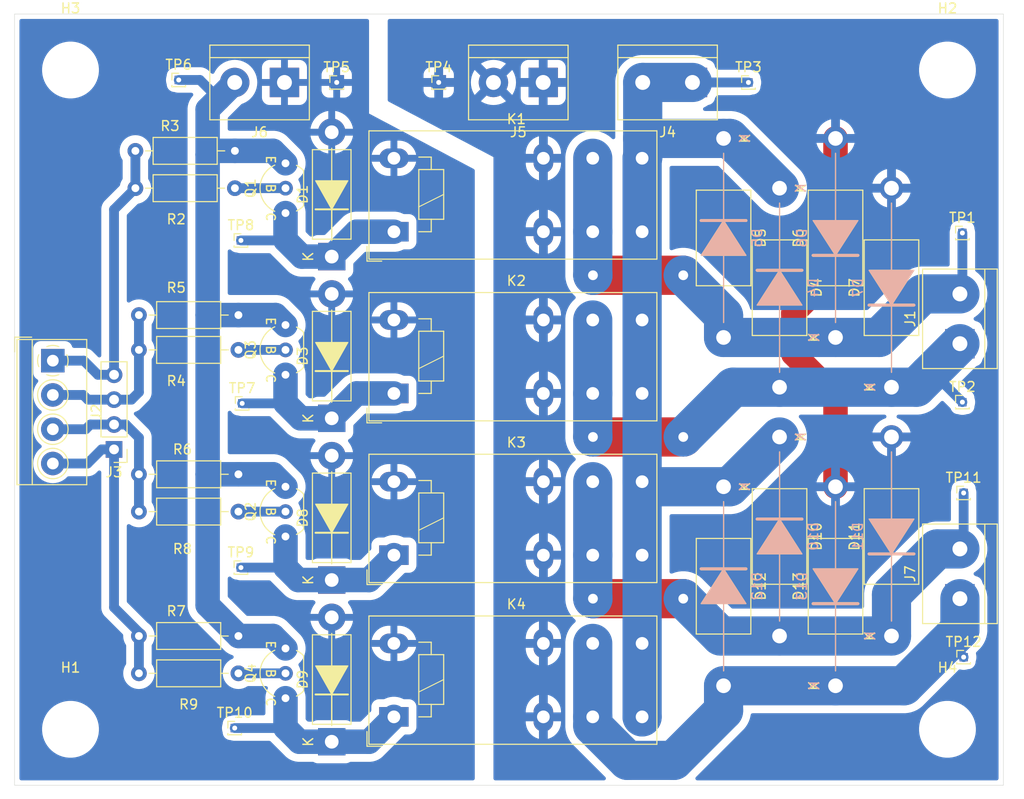
<source format=kicad_pcb>
(kicad_pcb (version 20240108) (generator "pcbnew") (generator_version "8.0")
  (layers (0 "F.Cu" signal) (31 "B.Cu" signal) (34 "B.Paste" user) (35 "F.Paste" user) (36 "B.SilkS" user "B.Silkscreen") (37 "F.SilkS" user "F.Silkscreen") (38 "B.Mask" user) (39 "F.Mask" user) (44 "Edge.Cuts" user))
  (net 0 "")
  (net 1 "Net-(D1-K)")
  (net 2 "GND")
  (net 3 "Net-(D3-K)")
  (net 4 "+24V")
  (net 5 "Net-(D4-A)")
  (net 6 "Net-(D5-A)")
  (net 7 "GNDPWR")
  (net 8 "Net-(D8-K)")
  (net 9 "Net-(D9-K)")
  (net 10 "Net-(D10-A)")
  (net 11 "Net-(D12-A)")
  (net 12 "/Relay_M1.1")
  (net 13 "/Relay_M2.1")
  (net 14 "/Relay_M1.2")
  (net 15 "/Relay_M2.2")
  (net 16 "+12V")
  (net 17 "Net-(Q1-B)")
  (net 18 "Net-(Q2-B)")
  (net 19 "Net-(Q3-B)")
  (net 20 "Net-(Q4-B)")
  (footprint "TerminalBlock:TerminalBlock_bornier-2_P5.08mm" (layer "F.Cu") (at 176.53 35.56 180)
    (property "Reference" "J4" (at 2.54 -5.08 0) (layer "F.SilkS"))
    (property "Value" "24V Power")
    (pad "1" thru_hole rect (at 0 0 180) (size 3 3) (drill 1.52) (layers "*.Cu" "*.Mask") (net 4 "+24V"))
    (pad "2" thru_hole circle (at 5.08 0 180) (size 3 3) (drill 1.52) (layers "*.Cu" "*.Mask") (net 4 "+24V"))
  )
  (footprint "Connector_PinHeader_1.00mm:PinHeader_1x01_P1.00mm_Vertical" (layer "F.Cu") (at 130.556 68.326)
    (property "Reference" "TP7" (at 0 -1.56 0) (layer "F.SilkS"))
    (property "Value" "K1.2")
    (pad "1" thru_hole rect (at 0 0) (size 0.85 0.85) (drill 0.5) (layers "*.Cu" "*.Mask") (net 3 "Net-(D3-K)"))
  )
  (footprint "Diode_THT_AKL:D_5W_P12.70mm_Horizontal" (layer "F.Cu") (at 139.7 86.36 90)
    (property "Reference" "D8" (at 6.35 -2.97 90) (layer "F.SilkS"))
    (property "Value" "D")
    (fp_text user "K" (at 0 -2.4 90) (layer "F.SilkS"))
    (pad "1" thru_hole rect (at 0 0 90) (size 2.8 2.8) (drill 1.4) (layers "*.Cu" "*.Mask") (net 8 "Net-(D8-K)"))
    (pad "2" thru_hole oval (at 12.7 0 90) (size 2.8 2.8) (drill 1.4) (layers "*.Cu" "*.Mask") (net 2 "GND"))
  )
  (footprint "MountingHole:MountingHole_5.3mm_M5" (layer "F.Cu") (at 113.03 101.6)
    (property "Reference" "H1" (at 0 -6.3 0) (layer "F.SilkS"))
    (property "Value" "MountingHole")
    (pad "" np_thru_hole circle (at 0 0) (size 5.3 5.3) (drill 5.3) (layers "*.Cu" "*.Mask"))
  )
  (footprint "Diode_THT_AKL_Double:D_DO-27_P20.32mm_Horizontal" (layer "F.Cu") (at 196.85 92.075 90)
    (property "Reference" "D11" (at 10.16 -3.785 90) (layer "F.SilkS"))
    (property "Value" "D" (hide yes))
    (fp_text user "K" (at 0 -2.159 90) (layer "B.SilkS") (effects (justify mirror)))
    (fp_text user "${REFERENCE}" (at 10.16 -3.429 90) (layer "B.SilkS") (effects (justify mirror)))
    (fp_text user "K" (at 0 -2.2 90) (layer "F.SilkS"))
    (pad "1" thru_hole rect (at 0 0 90) (size 2.4 2.4) (drill 1.5) (layers "*.Cu" "*.Mask") (net 10 "Net-(D10-A)"))
    (pad "2" thru_hole oval (at 20.32 0 90) (size 2.4 2.4) (drill 1.5) (layers "*.Cu" "*.Mask") (net 7 "GNDPWR"))
  )
  (footprint "Resistor_THT:R_Axial_DIN0207_L6.3mm_D2.5mm_P10.16mm_Horizontal" (layer "F.Cu") (at 120.015 92.075)
    (property "Reference" "R7" (at 3.81 -2.54 0) (layer "F.SilkS"))
    (property "Value" "22k")
    (pad "1" thru_hole circle (at 0 0) (size 1.6 1.6) (drill 0.8) (layers "*.Cu" "*.Mask") (net 15 "/Relay_M2.2"))
    (pad "2" thru_hole oval (at 10.16 0) (size 1.6 1.6) (drill 0.8) (layers "*.Cu" "*.Mask") (net 16 "+12V"))
  )
  (footprint "Diode_THT_AKL_Double:D_DO-27_P20.32mm_Horizontal" (layer "F.Cu") (at 196.85 66.675 90)
    (property "Reference" "D7" (at 10.16 -3.785 90) (layer "F.SilkS"))
    (property "Value" "D" (hide yes))
    (fp_text user "K" (at 0 -2.159 90) (layer "B.SilkS") (effects (justify mirror)))
    (fp_text user "${REFERENCE}" (at 10.16 -3.429 90) (layer "B.SilkS") (effects (justify mirror)))
    (fp_text user "K" (at 0 -2.2 90) (layer "F.SilkS"))
    (pad "1" thru_hole rect (at 0 0 90) (size 2.4 2.4) (drill 1.5) (layers "*.Cu" "*.Mask") (net 5 "Net-(D4-A)"))
    (pad "2" thru_hole oval (at 20.32 0 90) (size 2.4 2.4) (drill 1.5) (layers "*.Cu" "*.Mask") (net 7 "GNDPWR"))
  )
  (footprint "Connector_PinHeader_1.00mm:PinHeader_1x01_P1.00mm_Vertical" (layer "F.Cu") (at 130.429 85.09)
    (property "Reference" "TP9" (at 0 -1.56 0) (layer "F.SilkS"))
    (property "Value" "K2.1")
    (pad "1" thru_hole rect (at 0 0) (size 0.85 0.85) (drill 0.5) (layers "*.Cu" "*.Mask") (net 8 "Net-(D8-K)"))
  )
  (footprint "Package_TO_SOT_THT_AKL:TO-92_Inline_Wide_CBE" (layer "F.Cu") (at 134.98 81.915 90)
    (property "Reference" "Q2" (at 2.54 -3.56 90) (layer "F.SilkS"))
    (property "Value" "BC557A" (hide yes))
    (fp_text user "C" (at -0.381 -1.524 -90) (layer "F.SilkS") (effects (font (size 0.9 0.9))))
    (fp_text user "E" (at 5.461 -1.524 -90) (layer "F.SilkS") (effects (font (size 0.9 0.9))))
    (fp_text user "B" (at 2.54 -1.524 -90) (layer "F.SilkS") (effects (font (size 0.9 0.9))))
    (pad "1" thru_hole rect (at 0 0 180) (size 1.5 1.5) (drill 0.8) (layers "*.Cu" "*.Mask") (net 8 "Net-(D8-K)"))
    (pad "2" thru_hole circle (at 2.54 0 180) (size 1.5 1.5) (drill 0.8) (layers "*.Cu" "*.Mask") (net 18 "Net-(Q2-B)"))
    (pad "3" thru_hole circle (at 5.08 0 180) (size 1.5 1.5) (drill 0.8) (layers "*.Cu" "*.Mask") (net 16 "+12V"))
  )
  (footprint "Diode_THT_AKL_Double:D_DO-27_P20.32mm_Horizontal" (layer "F.Cu") (at 191.135 61.595 90)
    (property "Reference" "D6" (at 10.16 -3.785 90) (layer "F.SilkS"))
    (property "Value" "D" (hide yes))
    (fp_text user "${REFERENCE}" (at 10.16 -3.429 90) (layer "B.SilkS") (effects (justify mirror)))
    (fp_text user "K" (at 0 -2.159 90) (layer "B.SilkS") (effects (justify mirror)))
    (fp_text user "K" (at 0 -2.2 90) (layer "F.SilkS"))
    (pad "1" thru_hole rect (at 0 0 90) (size 2.4 2.4) (drill 1.5) (layers "*.Cu" "*.Mask") (net 6 "Net-(D5-A)"))
    (pad "2" thru_hole oval (at 20.32 0 90) (size 2.4 2.4) (drill 1.5) (layers "*.Cu" "*.Mask") (net 7 "GNDPWR"))
  )
  (footprint "Diode_THT_AKL_Double:D_DO-27_P20.32mm_Horizontal" (layer "F.Cu") (at 179.705 76.835 -90)
    (property "Reference" "D12" (at 10.16 -3.785 90) (layer "F.SilkS"))
    (property "Value" "D" (hide yes))
    (fp_text user "K" (at 0 -2.159 90) (layer "B.SilkS") (effects (justify mirror)))
    (fp_text user "${REFERENCE}" (at 10.16 -3.429 90) (layer "B.SilkS") (effects (justify mirror)))
    (fp_text user "K" (at 0 -2.2 90) (layer "F.SilkS"))
    (pad "1" thru_hole rect (at 0 0 270) (size 2.4 2.4) (drill 1.5) (layers "*.Cu" "*.Mask") (net 4 "+24V"))
    (pad "2" thru_hole oval (at 20.32 0 270) (size 2.4 2.4) (drill 1.5) (layers "*.Cu" "*.Mask") (net 11 "Net-(D12-A)"))
  )
  (footprint "Package_TO_SOT_THT_AKL:TO-92_Inline_Wide_CBE" (layer "F.Cu") (at 134.98 65.405 90)
    (property "Reference" "Q3" (at 2.54 -3.56 90) (layer "F.SilkS"))
    (property "Value" "BC557A" (hide yes))
    (fp_text user "B" (at 2.54 -1.524 -90) (layer "F.SilkS") (effects (font (size 0.9 0.9))))
    (fp_text user "E" (at 5.461 -1.524 -90) (layer "F.SilkS") (effects (font (size 0.9 0.9))))
    (fp_text user "C" (at -0.381 -1.524 -90) (layer "F.SilkS") (effects (font (size 0.9 0.9))))
    (pad "1" thru_hole rect (at 0 0 180) (size 1.5 1.5) (drill 0.8) (layers "*.Cu" "*.Mask") (net 3 "Net-(D3-K)"))
    (pad "2" thru_hole circle (at 2.54 0 180) (size 1.5 1.5) (drill 0.8) (layers "*.Cu" "*.Mask") (net 19 "Net-(Q3-B)"))
    (pad "3" thru_hole circle (at 5.08 0 180) (size 1.5 1.5) (drill 0.8) (layers "*.Cu" "*.Mask") (net 16 "+12V"))
  )
  (footprint "Connector_PinHeader_1.00mm:PinHeader_1x01_P1.00mm_Vertical" (layer "F.Cu") (at 130.429 51.689)
    (property "Reference" "TP8" (at 0 -1.56 0) (layer "F.SilkS"))
    (property "Value" "K1.1")
    (pad "1" thru_hole rect (at 0 0) (size 0.85 0.85) (drill 0.5) (layers "*.Cu" "*.Mask") (net 1 "Net-(D1-K)"))
  )
  (footprint "Relay_THT:Relay_SPDT_Schrack-RT1-16A-FormC_RM5mm" (layer "F.Cu") (at 146.05 50.8)
    (property "Reference" "K1" (at 12.5 -11.5 0) (layer "F.SilkS"))
    (property "Value" "RT314A24")
    (pad "11" thru_hole oval (at 20.3 -7.5 180) (size 2 3) (drill 1.3) (layers "*.Cu" "*.Mask") (net 6 "Net-(D5-A)"))
    (pad "11" thru_hole oval (at 20.3 0 180) (size 2 3) (drill 1.3) (layers "*.Cu" "*.Mask") (net 6 "Net-(D5-A)"))
    (pad "12" thru_hole oval (at 15.26 -7.5 180) (size 2 3) (drill 1.3) (layers "*.Cu" "*.Mask") (net 7 "GNDPWR"))
    (pad "12" thru_hole oval (at 15.26 0 180) (size 2 3) (drill 1.3) (layers "*.Cu" "*.Mask") (net 7 "GNDPWR"))
    (pad "14" thru_hole oval (at 25.34 -7.5 180) (size 2 3) (drill 1.3) (layers "*.Cu" "*.Mask") (net 4 "+24V"))
    (pad "14" thru_hole oval (at 25.34 0 180) (size 2 3) (drill 1.3) (layers "*.Cu" "*.Mask") (net 4 "+24V"))
    (pad "A1" thru_hole rect (at 0 0 180) (size 3 2) (drill 1.3) (layers "*.Cu" "*.Mask") (net 1 "Net-(D1-K)"))
    (pad "A2" thru_hole oval (at 0 -7.5 180) (size 3 2) (drill 1.3) (layers "*.Cu" "*.Mask") (net 2 "GND"))
  )
  (footprint "Connector_PinHeader_1.00mm:PinHeader_1x01_P1.00mm_Vertical" (layer "F.Cu") (at 124.079 35.306)
    (property "Reference" "TP6" (at 0 -1.56 0) (layer "F.SilkS"))
    (property "Value" "12v")
    (pad "1" thru_hole rect (at 0 0) (size 0.85 0.85) (drill 0.5) (layers "*.Cu" "*.Mask") (net 16 "+12V"))
  )
  (footprint "TerminalBlock:TerminalBlock_bornier-2_P5.08mm" (layer "F.Cu") (at 203.835 88.265 90)
    (property "Reference" "J7" (at 2.54 -5.08 90) (layer "F.SilkS"))
    (property "Value" "Motor_2 +  -")
    (pad "1" thru_hole rect (at 0 0 90) (size 3 3) (drill 1.52) (layers "*.Cu" "*.Mask") (net 11 "Net-(D12-A)"))
    (pad "2" thru_hole circle (at 5.08 0 90) (size 3 3) (drill 1.52) (layers "*.Cu" "*.Mask") (net 10 "Net-(D10-A)"))
  )
  (footprint "Connector_PinHeader_1.00mm:PinHeader_1x01_P1.00mm_Vertical" (layer "F.Cu") (at 129.794 101.473)
    (property "Reference" "TP10" (at 0 -1.56 0) (layer "F.SilkS"))
    (property "Value" "K2.2")
    (pad "1" thru_hole rect (at 0 0) (size 0.85 0.85) (drill 0.5) (layers "*.Cu" "*.Mask") (net 9 "Net-(D9-K)"))
  )
  (footprint "Connector_PinHeader_2.54mm:PinHeader_1x04_P2.54mm_Vertical" (layer "F.Cu") (at 117.475 73.025 180)
    (property "Reference" "J3" (at 0 -2.33 0) (layer "F.SilkS"))
    (property "Value" "Control-Signals")
    (pad "1" thru_hole rect (at 0 0 180) (size 1.7 1.7) (drill 1) (layers "*.Cu" "*.Mask") (net 15 "/Relay_M2.2"))
    (pad "2" thru_hole oval (at 0 2.54 180) (size 1.7 1.7) (drill 1) (layers "*.Cu" "*.Mask") (net 13 "/Relay_M2.1"))
    (pad "3" thru_hole oval (at 0 5.08 180) (size 1.7 1.7) (drill 1) (layers "*.Cu" "*.Mask") (net 14 "/Relay_M1.2"))
    (pad "4" thru_hole oval (at 0 7.62 180) (size 1.7 1.7) (drill 1) (layers "*.Cu" "*.Mask") (net 12 "/Relay_M1.1"))
  )
  (footprint "Relay_THT:Relay_SPDT_Schrack-RT1-16A-FormC_RM5mm" (layer "F.Cu") (at 146.048 100.33)
    (property "Reference" "K4" (at 12.5 -11.5 0) (layer "F.SilkS"))
    (property "Value" "RT314A24")
    (pad "11" thru_hole oval (at 20.3 -7.5 180) (size 2 3) (drill 1.3) (layers "*.Cu" "*.Mask") (net 11 "Net-(D12-A)"))
    (pad "11" thru_hole oval (at 20.3 0 180) (size 2 3) (drill 1.3) (layers "*.Cu" "*.Mask") (net 11 "Net-(D12-A)"))
    (pad "12" thru_hole oval (at 15.26 -7.5 180) (size 2 3) (drill 1.3) (layers "*.Cu" "*.Mask") (net 7 "GNDPWR"))
    (pad "12" thru_hole oval (at 15.26 0 180) (size 2 3) (drill 1.3) (layers "*.Cu" "*.Mask") (net 7 "GNDPWR"))
    (pad "14" thru_hole oval (at 25.34 -7.5 180) (size 2 3) (drill 1.3) (layers "*.Cu" "*.Mask") (net 4 "+24V"))
    (pad "14" thru_hole oval (at 25.34 0 180) (size 2 3) (drill 1.3) (layers "*.Cu" "*.Mask") (net 4 "+24V"))
    (pad "A1" thru_hole rect (at 0 0 180) (size 3 2) (drill 1.3) (layers "*.Cu" "*.Mask") (net 9 "Net-(D9-K)"))
    (pad "A2" thru_hole oval (at 0 -7.5 180) (size 3 2) (drill 1.3) (layers "*.Cu" "*.Mask") (net 2 "GND"))
  )
  (footprint "Diode_THT_AKL:D_5W_P12.70mm_Horizontal" (layer "F.Cu") (at 139.7 53.34 90)
    (property "Reference" "D1" (at 6.35 -2.97 90) (layer "F.SilkS"))
    (property "Value" "D")
    (fp_text user "K" (at 0 -2.4 90) (layer "F.SilkS"))
    (pad "1" thru_hole rect (at 0 0 90) (size 2.8 2.8) (drill 1.4) (layers "*.Cu" "*.Mask") (net 1 "Net-(D1-K)"))
    (pad "2" thru_hole oval (at 12.7 0 90) (size 2.8 2.8) (drill 1.4) (layers "*.Cu" "*.Mask") (net 2 "GND"))
  )
  (footprint "TerminalBlock:TerminalBlock_bornier-2_P5.08mm" (layer "F.Cu") (at 203.835 62.23 90)
    (property "Reference" "J1" (at 2.54 -5.08 90) (layer "F.SilkS"))
    (property "Value" "Motor_1 +  -")
    (pad "1" thru_hole rect (at 0 0 90) (size 3 3) (drill 1.52) (layers "*.Cu" "*.Mask") (net 5 "Net-(D4-A)"))
    (pad "2" thru_hole circle (at 5.08 0 90) (size 3 3) (drill 1.52) (layers "*.Cu" "*.Mask") (net 6 "Net-(D5-A)"))
  )
  (footprint "Resistor_THT:R_Axial_DIN0207_L6.3mm_D2.5mm_P10.16mm_Horizontal" (layer "F.Cu") (at 119.655 46.355)
    (property "Reference" "R2" (at 4.17 3.175 0) (layer "F.SilkS"))
    (property "Value" "2k2")
    (pad "1" thru_hole circle (at 0 0) (size 1.6 1.6) (drill 0.8) (layers "*.Cu" "*.Mask") (net 12 "/Relay_M1.1"))
    (pad "2" thru_hole oval (at 10.16 0) (size 1.6 1.6) (drill 0.8) (layers "*.Cu" "*.Mask") (net 17 "Net-(Q1-B)"))
  )
  (footprint "Connector_PinHeader_1.00mm:PinHeader_1x01_P1.00mm_Vertical" (layer "F.Cu") (at 150.622 35.56)
    (property "Reference" "TP4" (at 0 -1.56 0) (layer "F.SilkS"))
    (property "Value" "GND-power")
    (pad "1" thru_hole rect (at 0 0) (size 1.5 1.5) (drill 0.5) (layers "*.Cu" "*.Mask") (net 7 "GNDPWR"))
  )
  (footprint "Package_TO_SOT_THT_AKL:TO-92_Inline_Wide_CBE" (layer "F.Cu") (at 134.98 48.895 90)
    (property "Reference" "Q1" (at 2.54 -3.56 90) (layer "F.SilkS"))
    (property "Value" "BC557A" (hide yes))
    (fp_text user "E" (at 5.461 -1.524 -90) (layer "F.SilkS") (effects (font (size 0.9 0.9))))
    (fp_text user "C" (at -0.381 -1.524 -90) (layer "F.SilkS") (effects (font (size 0.9 0.9))))
    (fp_text user "B" (at 2.54 -1.524 -90) (layer "F.SilkS") (effects (font (size 0.9 0.9))))
    (pad "1" thru_hole rect (at 0 0 180) (size 1.5 1.5) (drill 0.8) (layers "*.Cu" "*.Mask") (net 1 "Net-(D1-K)"))
    (pad "2" thru_hole circle (at 2.54 0 180) (size 1.5 1.5) (drill 0.8) (layers "*.Cu" "*.Mask") (net 17 "Net-(Q1-B)"))
    (pad "3" thru_hole circle (at 5.08 0 180) (size 1.5 1.5) (drill 0.8) (layers "*.Cu" "*.Mask") (net 16 "+12V"))
  )
  (footprint "Diode_THT_AKL_Double:D_DO-27_P20.32mm_Horizontal" (layer "F.Cu") (at 179.705 41.275 -90)
    (property "Reference" "D5" (at 10.16 -3.785 90) (layer "F.SilkS"))
    (property "Value" "D" (hide yes))
    (fp_text user "${REFERENCE}" (at 10.16 -3.429 90) (layer "B.SilkS") (effects (justify mirror)))
    (fp_text user "K" (at 0 -2.159 90) (layer "B.SilkS") (effects (justify mirror)))
    (fp_text user "K" (at 0 -2.2 90) (layer "F.SilkS"))
    (pad "1" thru_hole rect (at 0 0 270) (size 2.4 2.4) (drill 1.5) (layers "*.Cu" "*.Mask") (net 4 "+24V"))
    (pad "2" thru_hole oval (at 20.32 0 270) (size 2.4 2.4) (drill 1.5) (layers "*.Cu" "*.Mask") (net 6 "Net-(D5-A)"))
  )
  (footprint "Connector_PinHeader_1.00mm:PinHeader_1x01_P1.00mm_Vertical" (layer "F.Cu") (at 204.216 77.47)
    (property "Reference" "TP11" (at 0 -1.56 0) (layer "F.SilkS"))
    (property "Value" "M2.2 (+)")
    (pad "1" thru_hole rect (at 0 0) (size 0.85 0.85) (drill 0.5) (layers "*.Cu" "*.Mask") (net 10 "Net-(D10-A)"))
  )
  (footprint "TerminalBlock_4Ucon:TerminalBlock_4Ucon_1x04_P3.50mm_Horizontal" (layer "F.Cu") (at 111.225 63.965 -90)
    (property "Reference" "J2" (at 5.25 -4.46 90) (layer "F.SilkS"))
    (property "Value" "Control-Signals" (hide yes))
    (pad "1" thru_hole rect (at 0 0 270) (size 2.4 2.4) (drill 1.2) (layers "*.Cu" "*.Mask") (net 12 "/Relay_M1.1"))
    (pad "2" thru_hole circle (at 3.5 0 270) (size 2.4 2.4) (drill 1.2) (layers "*.Cu" "*.Mask") (net 14 "/Relay_M1.2"))
    (pad "3" thru_hole circle (at 7 0 270) (size 2.4 2.4) (drill 1.2) (layers "*.Cu" "*.Mask") (net 13 "/Relay_M2.1"))
    (pad "4" thru_hole circle (at 10.5 0 270) (size 2.4 2.4) (drill 1.2) (layers "*.Cu" "*.Mask") (net 15 "/Relay_M2.2"))
  )
  (footprint "Diode_THT_AKL:D_5W_P12.70mm_Horizontal" (layer "F.Cu") (at 139.7 69.85 90)
    (property "Reference" "D3" (at 6.35 -2.97 90) (layer "F.SilkS"))
    (property "Value" "D")
    (fp_text user "K" (at 0 -2.4 90) (layer "F.SilkS"))
    (pad "1" thru_hole rect (at 0 0 90) (size 2.8 2.8) (drill 1.4) (layers "*.Cu" "*.Mask") (net 3 "Net-(D3-K)"))
    (pad "2" thru_hole oval (at 12.7 0 90) (size 2.8 2.8) (drill 1.4) (layers "*.Cu" "*.Mask") (net 2 "GND"))
  )
  (footprint "MountingHole:MountingHole_5.3mm_M5" (layer "F.Cu") (at 202.565 101.6)
    (property "Reference" "H4" (at 0 -6.3 0) (layer "F.SilkS"))
    (property "Value" "MountingHole")
    (pad "" np_thru_hole circle (at 0 0) (size 5.3 5.3) (drill 5.3) (layers "*.Cu" "*.Mask"))
  )
  (footprint "Package_TO_SOT_THT_AKL:TO-92_Inline_Wide_CBE" (layer "F.Cu") (at 134.98 98.425 90)
    (property "Reference" "Q4" (at 2.54 -3.56 90) (layer "F.SilkS"))
    (property "Value" "BC557A" (hide yes))
    (fp_text user "B" (at 2.54 -1.524 -90) (layer "F.SilkS") (effects (font (size 0.9 0.9))))
    (fp_text user "E" (at 5.461 -1.524 -90) (layer "F.SilkS") (effects (font (size 0.9 0.9))))
    (fp_text user "C" (at -0.381 -1.524 -90) (layer "F.SilkS") (effects (font (size 0.9 0.9))))
    (pad "1" thru_hole rect (at 0 0 180) (size 1.5 1.5) (drill 0.8) (layers "*.Cu" "*.Mask") (net 9 "Net-(D9-K)"))
    (pad "2" thru_hole circle (at 2.54 0 180) (size 1.5 1.5) (drill 0.8) (layers "*.Cu" "*.Mask") (net 20 "Net-(Q4-B)"))
    (pad "3" thru_hole circle (at 5.08 0 180) (size 1.5 1.5) (drill 0.8) (layers "*.Cu" "*.Mask") (net 16 "+12V"))
  )
  (footprint "MountingHole:MountingHole_5.3mm_M5" (layer "F.Cu") (at 202.565 34.29)
    (property "Reference" "H2" (at 0 -6.3 0) (layer "F.SilkS"))
    (property "Value" "MountingHole")
    (pad "" np_thru_hole circle (at 0 0) (size 5.3 5.3) (drill 5.3) (layers "*.Cu" "*.Mask"))
  )
  (footprint "Relay_THT:Relay_SPDT_Schrack-RT1-16A-FormC_RM5mm" (layer "F.Cu") (at 146.048 67.31)
    (property "Reference" "K2" (at 12.5 -11.5 0) (layer "F.SilkS"))
    (property "Value" "RT314A24")
    (pad "11" thru_hole oval (at 20.3 -7.5 180) (size 2 3) (drill 1.3) (layers "*.Cu" "*.Mask") (net 5 "Net-(D4-A)"))
    (pad "11" thru_hole oval (at 20.3 0 180) (size 2 3) (drill 1.3) (layers "*.Cu" "*.Mask") (net 5 "Net-(D4-A)"))
    (pad "12" thru_hole oval (at 15.26 -7.5 180) (size 2 3) (drill 1.3) (layers "*.Cu" "*.Mask") (net 7 "GNDPWR"))
    (pad "12" thru_hole oval (at 15.26 0 180) (size 2 3) (drill 1.3) (layers "*.Cu" "*.Mask") (net 7 "GNDPWR"))
    (pad "14" thru_hole oval (at 25.34 -7.5 180) (size 2 3) (drill 1.3) (layers "*.Cu" "*.Mask") (net 4 "+24V"))
    (pad "14" thru_hole oval (at 25.34 0 180) (size 2 3) (drill 1.3) (layers "*.Cu" "*.Mask") (net 4 "+24V"))
    (pad "A1" thru_hole rect (at 0 0 180) (size 3 2) (drill 1.3) (layers "*.Cu" "*.Mask") (net 3 "Net-(D3-K)"))
    (pad "A2" thru_hole oval (at 0 -7.5 180) (size 3 2) (drill 1.3) (layers "*.Cu" "*.Mask") (net 2 "GND"))
  )
  (footprint "MountingHole:MountingHole_5.3mm_M5" (layer "F.Cu") (at 113.03 34.29)
    (property "Reference" "H3" (at 0 -6.3 0) (layer "F.SilkS"))
    (property "Value" "MountingHole")
    (pad "" np_thru_hole circle (at 0 0) (size 5.3 5.3) (drill 5.3) (layers "*.Cu" "*.Mask"))
  )
  (footprint "Diode_THT_AKL_Double:D_DO-27_P20.32mm_Horizontal" (layer "F.Cu") (at 191.135 97.155 90)
    (property "Reference" "D13" (at 10.16 -3.785 90) (layer "F.SilkS"))
    (property "Value" "D" (hide yes))
    (fp_text user "K" (at 0 -2.159 90) (layer "B.SilkS") (effects (justify mirror)))
    (fp_text user "${REFERENCE}" (at 10.16 -3.429 90) (layer "B.SilkS") (effects (justify mirror)))
    (fp_text user "K" (at 0 -2.2 90) (layer "F.SilkS"))
    (pad "1" thru_hole rect (at 0 0 90) (size 2.4 2.4) (drill 1.5) (layers "*.Cu" "*.Mask") (net 11 "Net-(D12-A)"))
    (pad "2" thru_hole oval (at 20.32 0 90) (size 2.4 2.4) (drill 1.5) (layers "*.Cu" "*.Mask") (net 7 "GNDPWR"))
  )
  (footprint "Diode_THT_AKL:D_5W_P12.70mm_Horizontal" (layer "F.Cu") (at 139.7 102.87 90)
    (property "Reference" "D9" (at 6.35 -2.97 90) (layer "F.SilkS"))
    (property "Value" "D")
    (fp_text user "K" (at 0 -2.4 90) (layer "F.SilkS"))
    (pad "1" thru_hole rect (at 0 0 90) (size 2.8 2.8) (drill 1.4) (layers "*.Cu" "*.Mask") (net 9 "Net-(D9-K)"))
    (pad "2" thru_hole oval (at 12.7 0 90) (size 2.8 2.8) (drill 1.4) (layers "*.Cu" "*.Mask") (net 2 "GND"))
  )
  (footprint "Relay_THT:Relay_SPDT_Schrack-RT1-16A-FormC_RM5mm" (layer "F.Cu") (at 146.05 83.82)
    (property "Reference" "K3" (at 12.5 -11.5 0) (layer "F.SilkS"))
    (property "Value" "RT314A24")
    (pad "11" thru_hole oval (at 20.3 -7.5 180) (size 2 3) (drill 1.3) (layers "*.Cu" "*.Mask") (net 10 "Net-(D10-A)"))
    (pad "11" thru_hole oval (at 20.3 0 180) (size 2 3) (drill 1.3) (layers "*.Cu" "*.Mask") (net 10 "Net-(D10-A)"))
    (pad "12" thru_hole oval (at 15.26 -7.5 180) (size 2 3) (drill 1.3) (layers "*.Cu" "*.Mask") (net 7 "GNDPWR"))
    (pad "12" thru_hole oval (at 15.26 0 180) (size 2 3) (drill 1.3) (layers "*.Cu" "*.Mask") (net 7 "GNDPWR"))
    (pad "14" thru_hole oval (at 25.34 -7.5 180) (size 2 3) (drill 1.3) (layers "*.Cu" "*.Mask") (net 4 "+24V"))
    (pad "14" thru_hole oval (at 25.34 0 180) (size 2 3) (drill 1.3) (layers "*.Cu" "*.Mask") (net 4 "+24V"))
    (pad "A1" thru_hole rect (at 0 0 180) (size 3 2) (drill 1.3) (layers "*.Cu" "*.Mask") (net 8 "Net-(D8-K)"))
    (pad "A2" thru_hole oval (at 0 -7.5 180) (size 3 2) (drill 1.3) (layers "*.Cu" "*.Mask") (net 2 "GND"))
  )
  (footprint "Resistor_THT:R_Axial_DIN0207_L6.3mm_D2.5mm_P10.16mm_Horizontal" (layer "F.Cu") (at 120.015 59.309)
    (property "Reference" "R5" (at 3.81 -2.794 0) (layer "F.SilkS"))
    (property "Value" "22k")
    (pad "1" thru_hole circle (at 0 0) (size 1.6 1.6) (drill 0.8) (layers "*.Cu" "*.Mask") (net 14 "/Relay_M1.2"))
    (pad "2" thru_hole oval (at 10.16 0) (size 1.6 1.6) (drill 0.8) (layers "*.Cu" "*.Mask") (net 16 "+12V"))
  )
  (footprint "Diode_THT_AKL_Double:D_DO-27_P20.32mm_Horizontal" (layer "F.Cu") (at 185.42 46.355 -90)
    (property "Reference" "D4" (at 10.16 -3.785 90) (layer "F.SilkS"))
    (property "Value" "D" (hide yes))
    (fp_text user "${REFERENCE}" (at 10.16 -3.429 90) (layer "B.SilkS") (effects (justify mirror)))
    (fp_text user "K" (at 0 -2.159 90) (layer "B.SilkS") (effects (justify mirror)))
    (fp_text user "K" (at 0 -2.2 90) (layer "F.SilkS"))
    (pad "1" thru_hole rect (at 0 0 270) (size 2.4 2.4) (drill 1.5) (layers "*.Cu" "*.Mask") (net 4 "+24V"))
    (pad "2" thru_hole oval (at 20.32 0 270) (size 2.4 2.4) (drill 1.5) (layers "*.Cu" "*.Mask") (net 5 "Net-(D4-A)"))
  )
  (footprint "Resistor_THT:R_Axial_DIN0207_L6.3mm_D2.5mm_P10.16mm_Horizontal" (layer "F.Cu") (at 120.015 62.865)
    (property "Reference" "R4" (at 3.81 3.175 0) (layer "F.SilkS"))
    (property "Value" "2k2")
    (pad "1" thru_hole circle (at 0 0) (size 1.6 1.6) (drill 0.8) (layers "*.Cu" "*.Mask") (net 14 "/Relay_M1.2"))
    (pad "2" thru_hole oval (at 10.16 0) (size 1.6 1.6) (drill 0.8) (layers "*.Cu" "*.Mask") (net 19 "Net-(Q3-B)"))
  )
  (footprint "TerminalBlock:TerminalBlock_bornier-2_P5.08mm" (layer "F.Cu") (at 134.874 35.56 180)
    (property "Reference" "J6" (at 2.54 -5.08 0) (layer "F.SilkS"))
    (property "Value" "12V, GND")
    (pad "1" thru_hole rect (at 0 0 180) (size 3 3) (drill 1.52) (layers "*.Cu" "*.Mask") (net 2 "GND"))
    (pad "2" thru_hole circle (at 5.08 0 180) (size 3 3) (drill 1.52) (layers "*.Cu" "*.Mask") (net 16 "+12V"))
  )
  (footprint "Connector_PinHeader_1.00mm:PinHeader_1x01_P1.00mm_Vertical" (layer "F.Cu") (at 204.089 50.927)
    (property "Reference" "TP1" (at 0 -1.56 0) (layer "F.SilkS"))
    (property "Value" "M1.1 (+)")
    (pad "1" thru_hole rect (at 0 0) (size 0.85 0.85) (drill 0.5) (layers "*.Cu" "*.Mask") (net 6 "Net-(D5-A)"))
  )
  (footprint "Connector_PinHeader_1.00mm:PinHeader_1x01_P1.00mm_Vertical" (layer "F.Cu") (at 182.245 35.56)
    (property "Reference" "TP3" (at 0 -1.56 0) (layer "F.SilkS"))
    (property "Value" "24v")
    (pad "1" thru_hole rect (at 0 0) (size 0.85 0.85) (drill 0.5) (layers "*.Cu" "*.Mask") (net 4 "+24V"))
  )
  (footprint "Resistor_THT:R_Axial_DIN0207_L6.3mm_D2.5mm_P10.16mm_Horizontal" (layer "F.Cu") (at 119.655 42.545)
    (property "Reference" "R3" (at 3.535 -2.54 0) (layer "F.SilkS"))
    (property "Value" "22k")
    (pad "1" thru_hole circle (at 0 0) (size 1.6 1.6) (drill 0.8) (layers "*.Cu" "*.Mask") (net 12 "/Relay_M1.1"))
    (pad "2" thru_hole oval (at 10.16 0) (size 1.6 1.6) (drill 0.8) (layers "*.Cu" "*.Mask") (net 16 "+12V"))
  )
  (footprint "Connector_PinHeader_1.00mm:PinHeader_1x01_P1.00mm_Vertical" (layer "F.Cu") (at 204.216 94.234)
    (property "Reference" "TP12" (at 0 -1.56 0) (layer "F.SilkS"))
    (property "Value" "M2.2 (-)")
    (pad "1" thru_hole rect (at 0 0) (size 0.85 0.85) (drill 0.5) (layers "*.Cu" "*.Mask") (net 11 "Net-(D12-A)"))
  )
  (footprint "Diode_THT_AKL_Double:D_DO-27_P20.32mm_Horizontal" (layer "F.Cu") (at 185.42 71.755 -90)
    (property "Reference" "D10" (at 10.16 -3.785 90) (layer "F.SilkS"))
    (property "Value" "D" (hide yes))
    (fp_text user "${REFERENCE}" (at 10.16 -3.429 90) (layer "B.SilkS") (effects (justify mirror)))
    (fp_text user "K" (at 0 -2.159 90) (layer "B.SilkS") (effects (justify mirror)))
    (fp_text user "K" (at 0 -2.2 90) (layer "F.SilkS"))
    (pad "1" thru_hole rect (at 0 0 270) (size 2.4 2.4) (drill 1.5) (layers "*.Cu" "*.Mask") (net 4 "+24V"))
    (pad "2" thru_hole oval (at 20.32 0 270) (size 2.4 2.4) (drill 1.5) (layers "*.Cu" "*.Mask") (net 10 "Net-(D10-A)"))
  )
  (footprint "Resistor_THT:R_Axial_DIN0207_L6.3mm_D2.5mm_P10.16mm_Horizontal" (layer "F.Cu") (at 120.015 75.565)
    (property "Reference" "R6" (at 4.445 -2.54 0) (layer "F.SilkS"))
    (property "Value" "22k")
    (pad "1" thru_hole circle (at 0 0) (size 1.6 1.6) (drill 0.8) (layers "*.Cu" "*.Mask") (net 13 "/Relay_M2.1"))
    (pad "2" thru_hole oval (at 10.16 0) (size 1.6 1.6) (drill 0.8) (layers "*.Cu" "*.Mask") (net 16 "+12V"))
  )
  (footprint "TerminalBlock:TerminalBlock_bornier-2_P5.08mm" (layer "F.Cu") (at 161.29 35.56 180)
    (property "Reference" "J5" (at 2.54 -5.08 0) (layer "F.SilkS"))
    (property "Value" "GND Power")
    (pad "1" thru_hole rect (at 0 0 180) (size 3 3) (drill 1.52) (layers "*.Cu" "*.Mask") (net 7 "GNDPWR"))
    (pad "2" thru_hole circle (at 5.08 0 180) (size 3 3) (drill 1.52) (layers "*.Cu" "*.Mask") (net 7 "GNDPWR"))
  )
  (footprint "Resistor_THT:R_Axial_DIN0207_L6.3mm_D2.5mm_P10.16mm_Horizontal" (layer "F.Cu") (at 120.015 95.885)
    (property "Reference" "R9" (at 5.08 3.175 0) (layer "F.SilkS"))
    (property "Value" "2k2")
    (pad "1" thru_hole circle (at 0 0) (size 1.6 1.6) (drill 0.8) (layers "*.Cu" "*.Mask") (net 15 "/Relay_M2.2"))
    (pad "2" thru_hole oval (at 10.16 0) (size 1.6 1.6) (drill 0.8) (layers "*.Cu" "*.Mask") (net 20 "Net-(Q4-B)"))
  )
  (footprint "Resistor_THT:R_Axial_DIN0207_L6.3mm_D2.5mm_P10.16mm_Horizontal" (layer "F.Cu") (at 120.015 79.375)
    (property "Reference" "R8" (at 4.445 3.81 0) (layer "F.SilkS"))
    (property "Value" "2k2")
    (pad "1" thru_hole circle (at 0 0) (size 1.6 1.6) (drill 0.8) (layers "*.Cu" "*.Mask") (net 13 "/Relay_M2.1"))
    (pad "2" thru_hole oval (at 10.16 0) (size 1.6 1.6) (drill 0.8) (layers "*.Cu" "*.Mask") (net 18 "Net-(Q2-B)"))
  )
  (footprint "Connector_PinHeader_1.00mm:PinHeader_1x01_P1.00mm_Vertical" (layer "F.Cu") (at 204.089 68.199)
    (property "Reference" "TP2" (at 0 -1.56 0) (layer "F.SilkS"))
    (property "Value" "M1.2 (-)")
    (pad "1" thru_hole rect (at 0 0) (size 0.85 0.85) (drill 0.5) (layers "*.Cu" "*.Mask") (net 5 "Net-(D4-A)"))
  )
  (footprint "Connector_PinHeader_1.00mm:PinHeader_1x01_P1.00mm_Vertical" (layer "F.Cu") (at 140.208 35.56)
    (property "Reference" "TP5" (at 0 -1.56 0) (layer "F.SilkS"))
    (property "Value" "gnd")
    (pad "1" thru_hole rect (at 0 0) (size 1.5 1.5) (drill 0.5) (layers "*.Cu" "*.Mask") (net 2 "GND"))
  )
  (gr_rect (start 107.315 28.575) (end 208.28 107.315) (stroke (width 0.05)) (fill none) (layer "Edge.Cuts"))
  (segment (start 146.05 50.8) (end 142.24 50.8) (width 2.5) (layer "B.Cu") (net 1))
  (segment (start 139.7 53.34) (end 136.652 53.34) (width 2.5) (layer "B.Cu") (net 1))
  (segment (start 134.959 51.689) (end 134.98 51.668) (width 1) (layer "B.Cu") (net 1))
  (segment (start 134.98 51.668) (end 134.98 48.895) (width 2.5) (layer "B.Cu") (net 1))
  (segment (start 136.652 53.34) (end 134.98 51.668) (width 2.5) (layer "B.Cu") (net 1))
  (segment (start 142.24 50.8) (end 139.7 53.34) (width 2.5) (layer "B.Cu") (net 1))
  (segment (start 130.429 51.689) (end 134.959 51.689) (width 1) (layer "B.Cu") (net 1))
  (segment (start 136.525 69.85) (end 139.7 69.85) (width 2.5) (layer "B.Cu") (net 3))
  (segment (start 134.98 68.305) (end 136.525 69.85) (width 2.5) (layer "B.Cu") (net 3))
  (segment (start 130.556 68.326) (end 134.959 68.326) (width 1) (layer "B.Cu") (net 3))
  (segment (start 142.24 67.31) (end 146.048 67.31) (width 2.5) (layer "B.Cu") (net 3))
  (segment (start 134.959 68.326) (end 134.98 68.305) (width 1) (layer "B.Cu") (net 3))
  (segment (start 139.7 69.85) (end 142.24 67.31) (width 2.5) (layer "B.Cu") (net 3))
  (segment (start 134.98 65.405) (end 134.98 68.305) (width 2.5) (layer "B.Cu") (net 3))
  (segment (start 179.705 76.835) (end 180.34 76.835) (width 4) (layer "B.Cu") (net 4))
  (segment (start 179.705 41.275) (end 171.45 41.275) (width 4) (layer "B.Cu") (net 4))
  (segment (start 171.45 43.24) (end 171.39 43.3) (width 4) (layer "B.Cu") (net 4))
  (segment (start 176.53 35.56) (end 182.245 35.56) (width 1) (layer "B.Cu") (net 4))
  (segment (start 171.45 35.56) (end 171.45 41.275) (width 4) (layer "B.Cu") (net 4))
  (segment (start 171.45 41.275) (end 171.45 43.24) (width 4) (layer "B.Cu") (net 4))
  (segment (start 180.34 41.275) (end 185.42 46.355) (width 4) (layer "B.Cu") (net 4))
  (segment (start 171.39 100.328) (end 171.388 100.33) (width 4) (layer "B.Cu") (net 4))
  (segment (start 171.905 76.835) (end 171.39 76.32) (width 4) (layer "B.Cu") (net 4))
  (segment (start 180.34 76.835) (end 185.42 71.755) (width 4) (layer "B.Cu") (net 4))
  (segment (start 179.705 41.275) (end 180.34 41.275) (width 4) (layer "B.Cu") (net 4))
  (segment (start 171.45 35.56) (end 176.53 35.56) (width 4) (layer "B.Cu") (net 4))
  (segment (start 171.39 43.3) (end 171.39 100.328) (width 4) (layer "B.Cu") (net 4))
  (segment (start 179.705 76.835) (end 171.905 76.835) (width 4) (layer "B.Cu") (net 4))
  (segment (start 166.37 71.755) (end 175.59 71.755) (width 4) (layer "F.Cu") (net 5))
  (via (at 166.37 71.755) (size 4) (drill 1) (layers "F.Cu" "B.Cu") (net 5))
  (via (at 175.59 71.755) (size 4) (drill 1) (layers "F.Cu" "B.Cu") (net 5))
  (segment (start 166.348 59.81) (end 166.348 67.31) (width 4) (layer "B.Cu") (net 5))
  (segment (start 175.59 71.755) (end 180.67 66.675) (width 4) (layer "B.Cu") (net 5))
  (segment (start 185.42 66.675) (end 196.85 66.675) (width 4) (layer "B.Cu") (net 5))
  (segment (start 196.85 66.675) (end 199.39 66.675) (width 4) (layer "B.Cu") (net 5))
  (segment (start 204.089 68.199) (end 201.295 65.405) (width 1) (layer "B.Cu") (net 5))
  (segment (start 201.295 65.405) (end 200.66 65.405) (width 1) (layer "B.Cu") (net 5))
  (segment (start 199.39 66.675) (end 200.66 65.405) (width 4) (layer "B.Cu") (net 5))
  (segment (start 200.66 65.405) (end 203.835 62.23) (width 4) (layer "B.Cu") (net 5))
  (segment (start 180.67 66.675) (end 185.42 66.675) (width 4) (layer "B.Cu") (net 5))
  (segment (start 166.348 67.31) (end 166.348 71.733) (width 4) (layer "B.Cu") (net 5))
  (segment (start 166.348 71.733) (end 166.37 71.755) (width 4) (layer "B.Cu") (net 5))
  (segment (start 166.37 55.245) (end 175.59 55.245) (width 4) (layer "F.Cu") (net 6))
  (via (at 166.37 55.245) (size 4) (drill 1) (layers "F.Cu" "B.Cu") (net 6))
  (via (at 175.59 55.245) (size 4) (drill 1) (layers "F.Cu" "B.Cu") (net 6))
  (segment (start 166.35 55.225) (end 166.37 55.245) (width 4) (layer "B.Cu") (net 6))
  (segment (start 204.089 56.896) (end 203.835 57.15) (width 1) (layer "B.Cu") (net 6))
  (segment (start 175.59 55.245) (end 179.705 59.36) (width 4) (layer "B.Cu") (net 6))
  (segment (start 195.58 61.595) (end 200.025 57.15) (width 4) (layer "B.Cu") (net 6))
  (segment (start 179.705 59.36) (end 179.705 61.595) (width 4) (layer "B.Cu") (net 6))
  (segment (start 200.025 57.15) (end 203.835 57.15) (width 4) (layer "B.Cu") (net 6))
  (segment (start 204.089 50.927) (end 204.089 56.896) (width 1) (layer "B.Cu") (net 6))
  (segment (start 179.705 61.595) (end 191.135 61.595) (width 4) (layer "B.Cu") (net 6))
  (segment (start 166.35 50.8) (end 166.35 55.225) (width 4) (layer "B.Cu") (net 6))
  (segment (start 191.135 61.595) (end 195.58 61.595) (width 4) (layer "B.Cu") (net 6))
  (segment (start 166.35 43.3) (end 166.35 50.8) (width 4) (layer "B.Cu") (net 6))
  (segment (start 191.135 67.581673) (end 191.135 76.835) (width 2.5) (layer "F.Cu") (net 7))
  (segment (start 186.828327 63.275) (end 191.135 67.581673) (width 2.5) (layer "F.Cu") (net 7))
  (segment (start 186.828327 59.101673) (end 186.828327 63.275) (width 2.5) (layer "F.Cu") (net 7))
  (segment (start 191.135 54.795) (end 186.828327 59.101673) (width 2.5) (layer "F.Cu") (net 7))
  (segment (start 191.135 41.275) (end 191.135 54.795) (width 2.5) (layer "F.Cu") (net 7))
  (segment (start 139.7 86.36) (end 143.51 86.36) (width 2.5) (layer "B.Cu") (net 8))
  (segment (start 143.51 86.36) (end 146.05 83.82) (width 2.5) (layer "B.Cu") (net 8))
  (segment (start 134.98 85.069) (end 136.271 86.36) (width 2.5) (layer "B.Cu") (net 8))
  (segment (start 134.98 81.915) (end 134.98 85.069) (width 2.5) (layer "B.Cu") (net 8))
  (segment (start 130.429 85.09) (end 134.959 85.09) (width 1) (layer "B.Cu") (net 8))
  (segment (start 136.271 86.36) (end 139.7 86.36) (width 2.5) (layer "B.Cu") (net 8))
  (segment (start 134.959 85.09) (end 134.98 85.069) (width 1) (layer "B.Cu") (net 8))
  (segment (start 134.959 101.473) (end 134.98 101.452) (width 1) (layer "B.Cu") (net 9))
  (segment (start 134.98 101.452) (end 136.398 102.87) (width 2.5) (layer "B.Cu") (net 9))
  (segment (start 134.98 98.425) (end 134.98 101.452) (width 2.5) (layer "B.Cu") (net 9))
  (segment (start 139.7 102.87) (end 143.508 102.87) (width 2.5) (layer "B.Cu") (net 9))
  (segment (start 136.398 102.87) (end 139.7 102.87) (width 2.5) (layer "B.Cu") (net 9))
  (segment (start 143.508 102.87) (end 146.048 100.33) (width 2.5) (layer "B.Cu") (net 9))
  (segment (start 129.794 101.473) (end 134.959 101.473) (width 1) (layer "B.Cu") (net 9))
  (segment (start 166.37 88.265) (end 175.59 88.265) (width 4) (layer "F.Cu") (net 10))
  (via (at 166.37 88.265) (size 4) (drill 1) (layers "F.Cu" "B.Cu") (net 10))
  (via (at 175.59 88.265) (size 4) (drill 1) (layers "F.Cu" "B.Cu") (net 10))
  (segment (start 204.216 82.804) (end 203.835 83.185) (width 1) (layer "B.Cu") (net 10))
  (segment (start 166.35 76.32) (end 166.35 83.82) (width 4) (layer "B.Cu") (net 10))
  (segment (start 175.59 88.265) (end 179.4 92.075) (width 4) (layer "B.Cu") (net 10))
  (segment (start 185.42 92.075) (end 196.85 92.075) (width 4) (layer "B.Cu") (net 10))
  (segment (start 196.85 92.075) (end 196.85 87.85) (width 4) (layer "B.Cu") (net 10))
  (segment (start 204.216 77.47) (end 204.216 82.804) (width 1) (layer "B.Cu") (net 10))
  (segment (start 166.35 88.245) (end 166.37 88.265) (width 4) (layer "B.Cu") (net 10))
  (segment (start 196.85 87.85) (end 201.515 83.185) (width 4) (layer "B.Cu") (net 10))
  (segment (start 179.4 92.075) (end 185.42 92.075) (width 4) (layer "B.Cu") (net 10))
  (segment (start 166.35 83.82) (end 166.35 88.245) (width 4) (layer "B.Cu") (net 10))
  (segment (start 201.515 83.185) (end 203.835 83.185) (width 4) (layer "B.Cu") (net 10))
  (segment (start 191.135 97.155) (end 198.12 97.155) (width 4) (layer "B.Cu") (net 11))
  (segment (start 179.705 99.695) (end 179.705 97.155) (width 4) (layer "B.Cu") (net 11))
  (segment (start 174.625 104.775) (end 179.705 99.695) (width 4) (layer "B.Cu") (net 11))
  (segment (start 169.893304 104.775) (end 174.625 104.775) (width 4) (layer "B.Cu") (net 11))
  (segment (start 179.705 97.155) (end 191.135 97.155) (width 4) (layer "B.Cu") (net 11))
  (segment (start 202.2475 93.0275) (end 203.835 91.44) (width 4) (layer "B.Cu") (net 11))
  (segment (start 198.12 97.155) (end 202.2475 93.0275) (width 4) (layer "B.Cu") (net 11))
  (segment (start 166.348 101.229696) (end 169.893304 104.775) (width 4) (layer "B.Cu") (net 11))
  (segment (start 203.0095 93.0275) (end 202.2475 93.0275) (width 1) (layer "B.Cu") (net 11))
  (segment (start 166.348 92.83) (end 166.348 100.33) (width 4) (layer "B.Cu") (net 11))
  (segment (start 203.835 91.44) (end 203.835 88.265) (width 4) (layer "B.Cu") (net 11))
  (segment (start 166.348 100.33) (end 166.348 101.229696) (width 4) (layer "B.Cu") (net 11))
  (segment (start 204.216 94.234) (end 203.0095 93.0275) (width 1) (layer "B.Cu") (net 11))
  (segment (start 119.655 46.355) (end 117.475 48.535) (width 1) (layer "B.Cu") (net 12))
  (segment (start 114.384 63.965) (end 111.225 63.965) (width 1) (layer "B.Cu") (net 12))
  (segment (start 115.824 65.405) (end 114.384 63.965) (width 1) (layer "B.Cu") (net 12))
  (segment (start 117.475 48.535) (end 117.475 65.405) (width 1) (layer "B.Cu") (net 12))
  (segment (start 119.655 42.545) (end 119.655 46.355) (width 1) (layer "B.Cu") (net 12))
  (segment (start 117.475 65.405) (end 115.824 65.405) (width 1) (layer "B.Cu") (net 12))
  (segment (start 114.582 70.965) (end 111.225 70.965) (width 1) (layer "B.Cu") (net 13))
  (segment (start 120.015 79.375) (end 120.015 75.565) (width 1) (layer "B.Cu") (net 13))
  (segment (start 120.015 75.565) (end 120.015 71.822919) (width 1) (layer "B.Cu") (net 13))
  (segment (start 120.015 71.822919) (end 118.677081 70.485) (width 1) (layer "B.Cu") (net 13))
  (segment (start 118.677081 70.485) (end 117.475 70.485) (width 1) (layer "B.Cu") (net 13))
  (segment (start 115.062 70.485) (end 114.582 70.965) (width 1) (layer "B.Cu") (net 13))
  (segment (start 117.475 70.485) (end 115.062 70.485) (width 1) (layer "B.Cu") (net 13))
  (segment (start 117.475 67.945) (end 114.808 67.945) (width 1) (layer "B.Cu") (net 14))
  (segment (start 120.015 59.309) (end 120.015 62.865) (width 1) (layer "B.Cu") (net 14))
  (segment (start 120.015 67.183) (end 119.253 67.945) (width 1) (layer "B.Cu") (net 14))
  (segment (start 119.253 67.945) (end 117.475 67.945) (width 1) (layer "B.Cu") (net 14))
  (segment (start 120.015 62.865) (end 120.015 67.183) (width 1) (layer "B.Cu") (net 14))
  (segment (start 114.328 67.465) (end 111.225 67.465) (width 1) (layer "B.Cu") (net 14))
  (segment (start 114.808 67.945) (end 114.328 67.465) (width 1) (layer "B.Cu") (net 14))
  (segment (start 117.475 73.025) (end 116.205 73.025) (width 1) (layer "B.Cu") (net 15))
  (segment (start 120.015 92.075) (end 120.015 91.694) (width 1) (layer "B.Cu") (net 15))
  (segment (start 120.015 91.694) (end 117.475 89.154) (width 1) (layer "B.Cu") (net 15))
  (segment (start 120.015 95.885) (end 120.015 92.075) (width 1) (layer "B.Cu") (net 15))
  (segment (start 116.205 73.025) (end 114.765 74.465) (width 1) (layer "B.Cu") (net 15))
  (segment (start 117.475 89.154) (end 117.475 73.025) (width 1) (layer "B.Cu") (net 15))
  (segment (start 114.765 74.465) (end 111.225 74.465) (width 1) (layer "B.Cu") (net 15))
  (segment (start 130.175 92.075) (end 127.03 88.93) (width 2.5) (layer "B.Cu") (net 16))
  (segment (start 133.71 75.565) (end 130.175 75.565) (width 2.5) (layer "B.Cu") (net 16))
  (segment (start 127.03 88.93) (end 127.03 75.565) (width 2.5) (layer "B.Cu") (net 16))
  (segment (start 126.238 35.306) (end 128.143 37.211) (width 1) (layer "B.Cu") (net 16))
  (segment (start 127.03 38.324) (end 127.03 42.926) (width 2.5) (layer "B.Cu") (net 16))
  (segment (start 128.143 37.211) (end 127.03 38.324) (width 2.5) (layer "B.Cu") (net 16))
  (segment (start 127.411 42.545) (end 127.03 42.926) (width 2.5) (layer "B.Cu") (net 16))
  (segment (start 124.079 35.306) (end 126.238 35.306) (width 1) (layer "B.Cu") (net 16))
  (segment (start 133.71 42.545) (end 129.815 42.545) (width 2.5) (layer "B.Cu") (net 16))
  (segment (start 130.175 59.309) (end 127.03 59.309) (width 2.5) (layer "B.Cu") (net 16))
  (segment (start 129.815 42.545) (end 127.411 42.545) (width 2.5) (layer "B.Cu") (net 16))
  (segment (start 134.98 93.345) (end 133.71 92.075) (width 2.5) (layer "B.Cu") (net 16))
  (segment (start 127.03 75.565) (end 127.03 59.309) (width 2.5) (layer "B.Cu") (net 16))
  (segment (start 133.71 92.075) (end 130.175 92.075) (width 2.5) (layer "B.Cu") (net 16))
  (segment (start 134.98 76.835) (end 133.71 75.565) (width 2.5) (layer "B.Cu") (net 16))
  (segment (start 129.794 35.56) (end 128.143 37.211) (width 2.5) (layer "B.Cu") (net 16))
  (segment (start 127.03 59.309) (end 127.03 42.926) (width 2.5) (layer "B.Cu") (net 16))
  (segment (start 134.98 60.325) (end 133.964 59.309) (width 2.5) (layer "B.Cu") (net 16))
  (segment (start 129.54 35.306) (end 129.794 35.56) (width 1) (layer "B.Cu") (net 16))
  (segment (start 134.98 43.815) (end 133.71 42.545) (width 2.5) (layer "B.Cu") (net 16))
  (segment (start 133.964 59.309) (end 130.175 59.309) (width 2.5) (layer "B.Cu") (net 16))
  (segment (start 130.175 75.565) (end 127.03 75.565) (width 2.5) (layer "B.Cu") (net 16))
  (segment (start 129.815 46.355) (end 134.98 46.355) (width 1) (layer "B.Cu") (net 17))
  (segment (start 130.175 79.375) (end 134.98 79.375) (width 1) (layer "B.Cu") (net 18))
  (segment (start 130.175 62.865) (end 134.98 62.865) (width 1) (layer "B.Cu") (net 19))
  (segment (start 130.175 95.885) (end 134.98 95.885) (width 1) (layer "B.Cu") (net 20))
  (zone (net 7) (net_name "GNDPWR") (layer "B.Cu") (connect_pads (clearance 0.8)) (min_thickness 0.4) (fill yes (thermal_gap 0.8) (thermal_bridge_width 0.9))
    (polygon (pts (xy 145.415 37.465) (xy 156.21 43.18) (xy 156.21 107.315) (xy 208.28 107.315) (xy 208.28 28.575) (xy 145.415 28.575)))
  )
  (zone (net 2) (net_name "GND") (layer "B.Cu") (priority 1) (connect_pads (clearance 0.8)) (min_thickness 0.4) (fill yes (thermal_gap 0.8) (thermal_bridge_width 0.7))
    (polygon (pts (xy 143.51 28.575) (xy 143.51 38.735) (xy 154.305 44.45) (xy 154.305 107.315) (xy 107.315 107.315) (xy 107.315 28.575)))
  )
)
</source>
